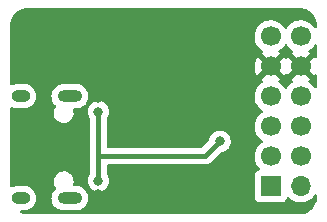
<source format=gbl>
%TF.GenerationSoftware,KiCad,Pcbnew,6.0.9+dfsg-1*%
%TF.CreationDate,2022-12-26T23:17:40+00:00*%
%TF.ProjectId,PMOD-USB-Device,504d4f44-2d55-4534-922d-446576696365,1*%
%TF.SameCoordinates,Original*%
%TF.FileFunction,Copper,L2,Bot*%
%TF.FilePolarity,Positive*%
%FSLAX46Y46*%
G04 Gerber Fmt 4.6, Leading zero omitted, Abs format (unit mm)*
G04 Created by KiCad (PCBNEW 6.0.9+dfsg-1) date 2022-12-26 23:17:40*
%MOMM*%
%LPD*%
G01*
G04 APERTURE LIST*
%TA.AperFunction,ComponentPad*%
%ADD10R,1.700000X1.700000*%
%TD*%
%TA.AperFunction,ComponentPad*%
%ADD11C,1.700000*%
%TD*%
%TA.AperFunction,ComponentPad*%
%ADD12O,1.700000X1.700000*%
%TD*%
%TA.AperFunction,ComponentPad*%
%ADD13O,1.600000X1.000000*%
%TD*%
%TA.AperFunction,ComponentPad*%
%ADD14O,2.100000X1.000000*%
%TD*%
%TA.AperFunction,ViaPad*%
%ADD15C,0.800000*%
%TD*%
%TA.AperFunction,Conductor*%
%ADD16C,0.400000*%
%TD*%
G04 APERTURE END LIST*
D10*
%TO.P,J2,1,Pin_1*%
%TO.N,unconnected-(J2-Pad1)*%
X100574000Y-97119600D03*
D11*
%TO.P,J2,2,Pin_2*%
%TO.N,/usb_dp_i*%
X100574000Y-94579600D03*
%TO.P,J2,3,Pin_3*%
%TO.N,/usb_dn_i*%
X100574000Y-92039600D03*
%TO.P,J2,4,Pin_4*%
%TO.N,/usb_pu_i*%
X100574000Y-89499600D03*
%TO.P,J2,5,Pin_5*%
%TO.N,GND*%
X100574000Y-86959600D03*
%TO.P,J2,6,Pin_6*%
%TO.N,unconnected-(J2-Pad6)*%
X100574000Y-84419600D03*
D12*
%TO.P,J2,7,Pin_7*%
%TO.N,unconnected-(J2-Pad7)*%
X103114000Y-97119600D03*
D11*
%TO.P,J2,8,Pin_8*%
%TO.N,unconnected-(J2-Pad8)*%
X103114000Y-94579600D03*
%TO.P,J2,9,Pin_9*%
%TO.N,unconnected-(J2-Pad9)*%
X103114000Y-92039600D03*
%TO.P,J2,10,Pin_10*%
%TO.N,unconnected-(J2-Pad10)*%
X103114000Y-89499600D03*
%TO.P,J2,11,Pin_11*%
%TO.N,GND*%
X103114000Y-86959600D03*
%TO.P,J2,12,Pin_12*%
%TO.N,unconnected-(J2-Pad12)*%
X103114000Y-84419600D03*
%TD*%
D13*
%TO.P,J1,S1,SHIELD*%
%TO.N,/shield*%
X79390000Y-98122200D03*
X79390000Y-89482200D03*
D14*
X83570000Y-89482200D03*
X83570000Y-98122200D03*
%TD*%
D15*
%TO.N,GND*%
X91592400Y-90830400D03*
X91592400Y-99060000D03*
X91567000Y-93319600D03*
X85979000Y-89662000D03*
X85979000Y-97790000D03*
X91592400Y-97434400D03*
X91592400Y-95808800D03*
X91592400Y-89154000D03*
%TO.N,+5V*%
X85979000Y-90805000D03*
X96266000Y-93319600D03*
X85979000Y-96647000D03*
%TD*%
D16*
%TO.N,+5V*%
X86069400Y-94550000D02*
X95035600Y-94550000D01*
X85979000Y-94056200D02*
X85979000Y-96647000D01*
X95035600Y-94550000D02*
X96266000Y-93319600D01*
X85979000Y-90805000D02*
X85979000Y-94056200D01*
%TD*%
%TA.AperFunction,Conductor*%
%TO.N,GND*%
G36*
X102970018Y-82010000D02*
G01*
X102984851Y-82012310D01*
X102984855Y-82012310D01*
X102993724Y-82013691D01*
X103008981Y-82011696D01*
X103034302Y-82010953D01*
X103203285Y-82023039D01*
X103221064Y-82025596D01*
X103411392Y-82066999D01*
X103428641Y-82072063D01*
X103611150Y-82140136D01*
X103627502Y-82147604D01*
X103798458Y-82240952D01*
X103813582Y-82250672D01*
X103969514Y-82367402D01*
X103983100Y-82379175D01*
X104120825Y-82516900D01*
X104132598Y-82530486D01*
X104249328Y-82686418D01*
X104259048Y-82701542D01*
X104352396Y-82872498D01*
X104359864Y-82888850D01*
X104427937Y-83071359D01*
X104433001Y-83088607D01*
X104474404Y-83278936D01*
X104476961Y-83296715D01*
X104486242Y-83426470D01*
X104488540Y-83458601D01*
X104487793Y-83476565D01*
X104487692Y-83484845D01*
X104486309Y-83493724D01*
X104487474Y-83502630D01*
X104490436Y-83525283D01*
X104491500Y-83541621D01*
X104491500Y-83620984D01*
X104471498Y-83689105D01*
X104417842Y-83735598D01*
X104347568Y-83745702D01*
X104282988Y-83716208D01*
X104259708Y-83689424D01*
X104196822Y-83592217D01*
X104196820Y-83592214D01*
X104194014Y-83587877D01*
X104043670Y-83422651D01*
X104039619Y-83419452D01*
X104039615Y-83419448D01*
X103872414Y-83287400D01*
X103872410Y-83287398D01*
X103868359Y-83284198D01*
X103672789Y-83176238D01*
X103667920Y-83174514D01*
X103667916Y-83174512D01*
X103467087Y-83103395D01*
X103467083Y-83103394D01*
X103462212Y-83101669D01*
X103457119Y-83100762D01*
X103457116Y-83100761D01*
X103247373Y-83063400D01*
X103247367Y-83063399D01*
X103242284Y-83062494D01*
X103168452Y-83061592D01*
X103024081Y-83059828D01*
X103024079Y-83059828D01*
X103018911Y-83059765D01*
X102798091Y-83093555D01*
X102585756Y-83162957D01*
X102387607Y-83266107D01*
X102383474Y-83269210D01*
X102383471Y-83269212D01*
X102346830Y-83296723D01*
X102208965Y-83400235D01*
X102054629Y-83561738D01*
X101947201Y-83719221D01*
X101892293Y-83764221D01*
X101821768Y-83772392D01*
X101758021Y-83741138D01*
X101737324Y-83716654D01*
X101656822Y-83592217D01*
X101656820Y-83592214D01*
X101654014Y-83587877D01*
X101503670Y-83422651D01*
X101499619Y-83419452D01*
X101499615Y-83419448D01*
X101332414Y-83287400D01*
X101332410Y-83287398D01*
X101328359Y-83284198D01*
X101132789Y-83176238D01*
X101127920Y-83174514D01*
X101127916Y-83174512D01*
X100927087Y-83103395D01*
X100927083Y-83103394D01*
X100922212Y-83101669D01*
X100917119Y-83100762D01*
X100917116Y-83100761D01*
X100707373Y-83063400D01*
X100707367Y-83063399D01*
X100702284Y-83062494D01*
X100628452Y-83061592D01*
X100484081Y-83059828D01*
X100484079Y-83059828D01*
X100478911Y-83059765D01*
X100258091Y-83093555D01*
X100045756Y-83162957D01*
X99847607Y-83266107D01*
X99843474Y-83269210D01*
X99843471Y-83269212D01*
X99806830Y-83296723D01*
X99668965Y-83400235D01*
X99514629Y-83561738D01*
X99388743Y-83746280D01*
X99294688Y-83948905D01*
X99234989Y-84164170D01*
X99211251Y-84386295D01*
X99224110Y-84609315D01*
X99225247Y-84614361D01*
X99225248Y-84614367D01*
X99246275Y-84707669D01*
X99273222Y-84827239D01*
X99357266Y-85034216D01*
X99408942Y-85118544D01*
X99471291Y-85220288D01*
X99473987Y-85224688D01*
X99620250Y-85393538D01*
X99792126Y-85536232D01*
X99865955Y-85579374D01*
X99914679Y-85631012D01*
X99927750Y-85700795D01*
X99901019Y-85766567D01*
X99860562Y-85799927D01*
X99852460Y-85804144D01*
X99843734Y-85809639D01*
X99823677Y-85824699D01*
X99815223Y-85836027D01*
X99821968Y-85848358D01*
X100561188Y-86587578D01*
X100575132Y-86595192D01*
X100576965Y-86595061D01*
X100583580Y-86590810D01*
X101327389Y-85847001D01*
X101334410Y-85834144D01*
X101327611Y-85824813D01*
X101323559Y-85822121D01*
X101286602Y-85801720D01*
X101236631Y-85751287D01*
X101221859Y-85681845D01*
X101246975Y-85615439D01*
X101274327Y-85588832D01*
X101297797Y-85572091D01*
X101453860Y-85460773D01*
X101612096Y-85303089D01*
X101671594Y-85220289D01*
X101742453Y-85121677D01*
X101743776Y-85122628D01*
X101790645Y-85079457D01*
X101860580Y-85067225D01*
X101926026Y-85094744D01*
X101953875Y-85126594D01*
X102013987Y-85224688D01*
X102160250Y-85393538D01*
X102332126Y-85536232D01*
X102405955Y-85579374D01*
X102454679Y-85631012D01*
X102467750Y-85700795D01*
X102441019Y-85766567D01*
X102400562Y-85799927D01*
X102392460Y-85804144D01*
X102383734Y-85809639D01*
X102363677Y-85824699D01*
X102355223Y-85836027D01*
X102361968Y-85848358D01*
X103101188Y-86587578D01*
X103115132Y-86595192D01*
X103116965Y-86595061D01*
X103123580Y-86590810D01*
X103867389Y-85847001D01*
X103874410Y-85834144D01*
X103867611Y-85824813D01*
X103863559Y-85822121D01*
X103826602Y-85801720D01*
X103776631Y-85751287D01*
X103761859Y-85681845D01*
X103786975Y-85615439D01*
X103814327Y-85588832D01*
X103837797Y-85572091D01*
X103993860Y-85460773D01*
X104152096Y-85303089D01*
X104210343Y-85222029D01*
X104263177Y-85148503D01*
X104319172Y-85104855D01*
X104389875Y-85098409D01*
X104452840Y-85131212D01*
X104488074Y-85192848D01*
X104491500Y-85222029D01*
X104491500Y-86161904D01*
X104471498Y-86230025D01*
X104417842Y-86276518D01*
X104347568Y-86286622D01*
X104282988Y-86257128D01*
X104259707Y-86230343D01*
X104247062Y-86210797D01*
X104236377Y-86201595D01*
X104226812Y-86205998D01*
X103486022Y-86946788D01*
X103478408Y-86960732D01*
X103478539Y-86962565D01*
X103482790Y-86969180D01*
X104224474Y-87710864D01*
X104236484Y-87717423D01*
X104248226Y-87708453D01*
X104263178Y-87687645D01*
X104319172Y-87643997D01*
X104389876Y-87637551D01*
X104452840Y-87670354D01*
X104488074Y-87731990D01*
X104491500Y-87761171D01*
X104491500Y-88700984D01*
X104471498Y-88769105D01*
X104417842Y-88815598D01*
X104347568Y-88825702D01*
X104282988Y-88796208D01*
X104259708Y-88769424D01*
X104196822Y-88672217D01*
X104196820Y-88672214D01*
X104194014Y-88667877D01*
X104043670Y-88502651D01*
X104039619Y-88499452D01*
X104039615Y-88499448D01*
X103872414Y-88367400D01*
X103872410Y-88367398D01*
X103868359Y-88364198D01*
X103826569Y-88341129D01*
X103776598Y-88290697D01*
X103761826Y-88221254D01*
X103786942Y-88154848D01*
X103814293Y-88128242D01*
X103863247Y-88093323D01*
X103871648Y-88082623D01*
X103864660Y-88069470D01*
X103126812Y-87331622D01*
X103112868Y-87324008D01*
X103111035Y-87324139D01*
X103104420Y-87328390D01*
X102360737Y-88072073D01*
X102353977Y-88084453D01*
X102359258Y-88091507D01*
X102405969Y-88118803D01*
X102454693Y-88170441D01*
X102467764Y-88240224D01*
X102441033Y-88305996D01*
X102400584Y-88339352D01*
X102387607Y-88346107D01*
X102383474Y-88349210D01*
X102383471Y-88349212D01*
X102217269Y-88474000D01*
X102208965Y-88480235D01*
X102054629Y-88641738D01*
X101947201Y-88799221D01*
X101892293Y-88844221D01*
X101821768Y-88852392D01*
X101758021Y-88821138D01*
X101737324Y-88796654D01*
X101656822Y-88672217D01*
X101656820Y-88672214D01*
X101654014Y-88667877D01*
X101503670Y-88502651D01*
X101499619Y-88499452D01*
X101499615Y-88499448D01*
X101332414Y-88367400D01*
X101332410Y-88367398D01*
X101328359Y-88364198D01*
X101286569Y-88341129D01*
X101236598Y-88290697D01*
X101221826Y-88221254D01*
X101246942Y-88154848D01*
X101274293Y-88128242D01*
X101323247Y-88093323D01*
X101331648Y-88082623D01*
X101324660Y-88069470D01*
X100586812Y-87331622D01*
X100572868Y-87324008D01*
X100571035Y-87324139D01*
X100564420Y-87328390D01*
X99820737Y-88072073D01*
X99813977Y-88084453D01*
X99819258Y-88091507D01*
X99865969Y-88118803D01*
X99914693Y-88170441D01*
X99927764Y-88240224D01*
X99901033Y-88305996D01*
X99860584Y-88339352D01*
X99847607Y-88346107D01*
X99843474Y-88349210D01*
X99843471Y-88349212D01*
X99677269Y-88474000D01*
X99668965Y-88480235D01*
X99514629Y-88641738D01*
X99511720Y-88646003D01*
X99511714Y-88646011D01*
X99499404Y-88664057D01*
X99388743Y-88826280D01*
X99294688Y-89028905D01*
X99234989Y-89244170D01*
X99211251Y-89466295D01*
X99224110Y-89689315D01*
X99225247Y-89694361D01*
X99225248Y-89694367D01*
X99246275Y-89787669D01*
X99273222Y-89907239D01*
X99357266Y-90114216D01*
X99401512Y-90186419D01*
X99471291Y-90300288D01*
X99473987Y-90304688D01*
X99620250Y-90473538D01*
X99792126Y-90616232D01*
X99850187Y-90650160D01*
X99865445Y-90659076D01*
X99914169Y-90710714D01*
X99927240Y-90780497D01*
X99900509Y-90846269D01*
X99860055Y-90879627D01*
X99847607Y-90886107D01*
X99843474Y-90889210D01*
X99843471Y-90889212D01*
X99694309Y-91001206D01*
X99668965Y-91020235D01*
X99514629Y-91181738D01*
X99388743Y-91366280D01*
X99345109Y-91460282D01*
X99320108Y-91514143D01*
X99294688Y-91568905D01*
X99234989Y-91784170D01*
X99211251Y-92006295D01*
X99224110Y-92229315D01*
X99225247Y-92234361D01*
X99225248Y-92234367D01*
X99246275Y-92327669D01*
X99273222Y-92447239D01*
X99275761Y-92453491D01*
X99351792Y-92640734D01*
X99357266Y-92654216D01*
X99408942Y-92738544D01*
X99471291Y-92840288D01*
X99473987Y-92844688D01*
X99620250Y-93013538D01*
X99792126Y-93156232D01*
X99826588Y-93176370D01*
X99865445Y-93199076D01*
X99914169Y-93250714D01*
X99927240Y-93320497D01*
X99900509Y-93386269D01*
X99860055Y-93419627D01*
X99847607Y-93426107D01*
X99843474Y-93429210D01*
X99843471Y-93429212D01*
X99673100Y-93557130D01*
X99668965Y-93560235D01*
X99514629Y-93721738D01*
X99388743Y-93906280D01*
X99294688Y-94108905D01*
X99234989Y-94324170D01*
X99211251Y-94546295D01*
X99224110Y-94769315D01*
X99225247Y-94774361D01*
X99225248Y-94774367D01*
X99246275Y-94867669D01*
X99273222Y-94987239D01*
X99334673Y-95138576D01*
X99346906Y-95168701D01*
X99357266Y-95194216D01*
X99408942Y-95278544D01*
X99471291Y-95380288D01*
X99473987Y-95384688D01*
X99620250Y-95553538D01*
X99624230Y-95556842D01*
X99628981Y-95560787D01*
X99668616Y-95619690D01*
X99670113Y-95690671D01*
X99632997Y-95751193D01*
X99592725Y-95775712D01*
X99504095Y-95808938D01*
X99477295Y-95818985D01*
X99360739Y-95906339D01*
X99273385Y-96022895D01*
X99222255Y-96159284D01*
X99215500Y-96221466D01*
X99215500Y-98017734D01*
X99215869Y-98021131D01*
X99216185Y-98024040D01*
X99222255Y-98079916D01*
X99273385Y-98216305D01*
X99360739Y-98332861D01*
X99477295Y-98420215D01*
X99613684Y-98471345D01*
X99675866Y-98478100D01*
X101472134Y-98478100D01*
X101534316Y-98471345D01*
X101670705Y-98420215D01*
X101787261Y-98332861D01*
X101874615Y-98216305D01*
X101896799Y-98157129D01*
X101918598Y-98098982D01*
X101961240Y-98042218D01*
X102027802Y-98017518D01*
X102097150Y-98032726D01*
X102131817Y-98060714D01*
X102160250Y-98093538D01*
X102332126Y-98236232D01*
X102525000Y-98348938D01*
X102733692Y-98428630D01*
X102738760Y-98429661D01*
X102738763Y-98429662D01*
X102846017Y-98451483D01*
X102952597Y-98473167D01*
X102957772Y-98473357D01*
X102957774Y-98473357D01*
X103170673Y-98481164D01*
X103170677Y-98481164D01*
X103175837Y-98481353D01*
X103180957Y-98480697D01*
X103180959Y-98480697D01*
X103392288Y-98453625D01*
X103392289Y-98453625D01*
X103397416Y-98452968D01*
X103402366Y-98451483D01*
X103606429Y-98390261D01*
X103606434Y-98390259D01*
X103611384Y-98388774D01*
X103811994Y-98290496D01*
X103993860Y-98160773D01*
X104152096Y-98003089D01*
X104155112Y-97998892D01*
X104263177Y-97848503D01*
X104319172Y-97804855D01*
X104389875Y-97798409D01*
X104452840Y-97831212D01*
X104488074Y-97892848D01*
X104491500Y-97922029D01*
X104491500Y-97950633D01*
X104490000Y-97970018D01*
X104487690Y-97984851D01*
X104487690Y-97984855D01*
X104486309Y-97993724D01*
X104488011Y-98006737D01*
X104488304Y-98008976D01*
X104489047Y-98034302D01*
X104479788Y-98163771D01*
X104476962Y-98203279D01*
X104474404Y-98221064D01*
X104448914Y-98338242D01*
X104433001Y-98411392D01*
X104427937Y-98428641D01*
X104359864Y-98611150D01*
X104352396Y-98627502D01*
X104259048Y-98798458D01*
X104249328Y-98813582D01*
X104132598Y-98969514D01*
X104120825Y-98983100D01*
X103983100Y-99120825D01*
X103969514Y-99132598D01*
X103813582Y-99249328D01*
X103798458Y-99259048D01*
X103627502Y-99352396D01*
X103611150Y-99359864D01*
X103428641Y-99427937D01*
X103411393Y-99433001D01*
X103221064Y-99474404D01*
X103203285Y-99476961D01*
X103041395Y-99488540D01*
X103023435Y-99487793D01*
X103015155Y-99487692D01*
X103006276Y-99486309D01*
X102974714Y-99490436D01*
X102958379Y-99491500D01*
X80049367Y-99491500D01*
X80029982Y-99490000D01*
X80015149Y-99487690D01*
X80015145Y-99487690D01*
X80006276Y-99486309D01*
X79991019Y-99488304D01*
X79965698Y-99489047D01*
X79796715Y-99476961D01*
X79778936Y-99474404D01*
X79588607Y-99433001D01*
X79571359Y-99427937D01*
X79428776Y-99374756D01*
X79371941Y-99332209D01*
X79347130Y-99265689D01*
X79362222Y-99196314D01*
X79412424Y-99146112D01*
X79472809Y-99130700D01*
X79739769Y-99130700D01*
X79742825Y-99130400D01*
X79742832Y-99130400D01*
X79801340Y-99124663D01*
X79886833Y-99116280D01*
X79892734Y-99114498D01*
X79892736Y-99114498D01*
X79966053Y-99092362D01*
X80076169Y-99059116D01*
X80250796Y-98966266D01*
X80342895Y-98891152D01*
X80399287Y-98845160D01*
X80399290Y-98845157D01*
X80404062Y-98841265D01*
X80416344Y-98826419D01*
X80526201Y-98693625D01*
X80526203Y-98693621D01*
X80530130Y-98688875D01*
X80624198Y-98514901D01*
X80682682Y-98325968D01*
X80695577Y-98203279D01*
X80702711Y-98135404D01*
X80702711Y-98135402D01*
X80703355Y-98129275D01*
X80702067Y-98115125D01*
X82006645Y-98115125D01*
X82007204Y-98121265D01*
X82023736Y-98302919D01*
X82024570Y-98312088D01*
X82026308Y-98317994D01*
X82026309Y-98317998D01*
X82047577Y-98390261D01*
X82080410Y-98501819D01*
X82083263Y-98507277D01*
X82083265Y-98507281D01*
X82130720Y-98598053D01*
X82172040Y-98677090D01*
X82295968Y-98831225D01*
X82300692Y-98835189D01*
X82307933Y-98841265D01*
X82447474Y-98958354D01*
X82452872Y-98961321D01*
X82452877Y-98961325D01*
X82596180Y-99040105D01*
X82620787Y-99053633D01*
X82626654Y-99055494D01*
X82626656Y-99055495D01*
X82803436Y-99111573D01*
X82809306Y-99113435D01*
X82963227Y-99130700D01*
X84169769Y-99130700D01*
X84172825Y-99130400D01*
X84172832Y-99130400D01*
X84231340Y-99124663D01*
X84316833Y-99116280D01*
X84322734Y-99114498D01*
X84322736Y-99114498D01*
X84396053Y-99092362D01*
X84506169Y-99059116D01*
X84680796Y-98966266D01*
X84772895Y-98891152D01*
X84829287Y-98845160D01*
X84829290Y-98845157D01*
X84834062Y-98841265D01*
X84846344Y-98826419D01*
X84956201Y-98693625D01*
X84956203Y-98693621D01*
X84960130Y-98688875D01*
X85054198Y-98514901D01*
X85112682Y-98325968D01*
X85125577Y-98203279D01*
X85132711Y-98135404D01*
X85132711Y-98135402D01*
X85133355Y-98129275D01*
X85121019Y-97993724D01*
X85115989Y-97938451D01*
X85115988Y-97938448D01*
X85115430Y-97932312D01*
X85113187Y-97924688D01*
X85061330Y-97748494D01*
X85059590Y-97742581D01*
X85049919Y-97724081D01*
X84970813Y-97572768D01*
X84967960Y-97567310D01*
X84844032Y-97413175D01*
X84837727Y-97407884D01*
X84739981Y-97325866D01*
X84692526Y-97286046D01*
X84687128Y-97283079D01*
X84687123Y-97283075D01*
X84524608Y-97193733D01*
X84524609Y-97193733D01*
X84519213Y-97190767D01*
X84513346Y-97188906D01*
X84513344Y-97188905D01*
X84336564Y-97132827D01*
X84336563Y-97132827D01*
X84330694Y-97130965D01*
X84176773Y-97113700D01*
X83955223Y-97113700D01*
X83887102Y-97093698D01*
X83840609Y-97040042D01*
X83830505Y-96969768D01*
X83838234Y-96940908D01*
X83844995Y-96924003D01*
X83847530Y-96917666D01*
X83848644Y-96910938D01*
X83848645Y-96910934D01*
X83875993Y-96745739D01*
X83875993Y-96745736D01*
X83877108Y-96739002D01*
X83872631Y-96653565D01*
X83872287Y-96647000D01*
X85065496Y-96647000D01*
X85085458Y-96836928D01*
X85144473Y-97018556D01*
X85239960Y-97183944D01*
X85367747Y-97325866D01*
X85522248Y-97438118D01*
X85528276Y-97440802D01*
X85528278Y-97440803D01*
X85690681Y-97513109D01*
X85696712Y-97515794D01*
X85790112Y-97535647D01*
X85877056Y-97554128D01*
X85877061Y-97554128D01*
X85883513Y-97555500D01*
X86074487Y-97555500D01*
X86080939Y-97554128D01*
X86080944Y-97554128D01*
X86167888Y-97535647D01*
X86261288Y-97515794D01*
X86267319Y-97513109D01*
X86429722Y-97440803D01*
X86429724Y-97440802D01*
X86435752Y-97438118D01*
X86590253Y-97325866D01*
X86718040Y-97183944D01*
X86813527Y-97018556D01*
X86872542Y-96836928D01*
X86892504Y-96647000D01*
X86872542Y-96457072D01*
X86813527Y-96275444D01*
X86780447Y-96218147D01*
X86721342Y-96115775D01*
X86721341Y-96115774D01*
X86718040Y-96110056D01*
X86713621Y-96105148D01*
X86711564Y-96102317D01*
X86687705Y-96035449D01*
X86687500Y-96028256D01*
X86687500Y-95384500D01*
X86707502Y-95316379D01*
X86761158Y-95269886D01*
X86813500Y-95258500D01*
X95006688Y-95258500D01*
X95015258Y-95258792D01*
X95065376Y-95262209D01*
X95065380Y-95262209D01*
X95072952Y-95262725D01*
X95080429Y-95261420D01*
X95080430Y-95261420D01*
X95106908Y-95256799D01*
X95135903Y-95251738D01*
X95142421Y-95250777D01*
X95205842Y-95243102D01*
X95212943Y-95240419D01*
X95215552Y-95239778D01*
X95231862Y-95235315D01*
X95234398Y-95234550D01*
X95241884Y-95233243D01*
X95300400Y-95207556D01*
X95306504Y-95205065D01*
X95359148Y-95185173D01*
X95359149Y-95185172D01*
X95366256Y-95182487D01*
X95372519Y-95178183D01*
X95374885Y-95176946D01*
X95389697Y-95168701D01*
X95391951Y-95167368D01*
X95398905Y-95164315D01*
X95449602Y-95125413D01*
X95454932Y-95121541D01*
X95501320Y-95089661D01*
X95501325Y-95089656D01*
X95507581Y-95085357D01*
X95549027Y-95038839D01*
X95554008Y-95033562D01*
X96332536Y-94255035D01*
X96395433Y-94220884D01*
X96548288Y-94188394D01*
X96715612Y-94113897D01*
X96716722Y-94113403D01*
X96716724Y-94113402D01*
X96722752Y-94110718D01*
X96731710Y-94104210D01*
X96778157Y-94070464D01*
X96877253Y-93998466D01*
X96936746Y-93932392D01*
X97000621Y-93861452D01*
X97000622Y-93861451D01*
X97005040Y-93856544D01*
X97069985Y-93744057D01*
X97097223Y-93696879D01*
X97097224Y-93696878D01*
X97100527Y-93691156D01*
X97159542Y-93509528D01*
X97166409Y-93444198D01*
X97178814Y-93326165D01*
X97179504Y-93319600D01*
X97171351Y-93242027D01*
X97160232Y-93136235D01*
X97160232Y-93136233D01*
X97159542Y-93129672D01*
X97100527Y-92948044D01*
X97088226Y-92926737D01*
X97008341Y-92788374D01*
X97005040Y-92782656D01*
X96968143Y-92741677D01*
X96881675Y-92645645D01*
X96881674Y-92645644D01*
X96877253Y-92640734D01*
X96722752Y-92528482D01*
X96716724Y-92525798D01*
X96716722Y-92525797D01*
X96554319Y-92453491D01*
X96554318Y-92453491D01*
X96548288Y-92450806D01*
X96454888Y-92430953D01*
X96367944Y-92412472D01*
X96367939Y-92412472D01*
X96361487Y-92411100D01*
X96170513Y-92411100D01*
X96164061Y-92412472D01*
X96164056Y-92412472D01*
X96077112Y-92430953D01*
X95983712Y-92450806D01*
X95977682Y-92453491D01*
X95977681Y-92453491D01*
X95815278Y-92525797D01*
X95815276Y-92525798D01*
X95809248Y-92528482D01*
X95654747Y-92640734D01*
X95650326Y-92645644D01*
X95650325Y-92645645D01*
X95563858Y-92741677D01*
X95526960Y-92782656D01*
X95523659Y-92788374D01*
X95443775Y-92926737D01*
X95431473Y-92948044D01*
X95372458Y-93129672D01*
X95369667Y-93156232D01*
X95367550Y-93176370D01*
X95340537Y-93242027D01*
X95331335Y-93252295D01*
X94779035Y-93804595D01*
X94716723Y-93838621D01*
X94689940Y-93841500D01*
X86813500Y-93841500D01*
X86745379Y-93821498D01*
X86698886Y-93767842D01*
X86687500Y-93715500D01*
X86687500Y-91423744D01*
X86707502Y-91355623D01*
X86711564Y-91349683D01*
X86713621Y-91346852D01*
X86718040Y-91341944D01*
X86735643Y-91311455D01*
X86810223Y-91182279D01*
X86810224Y-91182278D01*
X86813527Y-91176556D01*
X86872542Y-90994928D01*
X86881742Y-90907400D01*
X86891814Y-90811565D01*
X86892504Y-90805000D01*
X86880955Y-90695116D01*
X86873232Y-90621635D01*
X86873232Y-90621633D01*
X86872542Y-90615072D01*
X86813527Y-90433444D01*
X86800066Y-90410128D01*
X86753318Y-90329159D01*
X86718040Y-90268056D01*
X86682427Y-90228503D01*
X86594675Y-90131045D01*
X86594674Y-90131044D01*
X86590253Y-90126134D01*
X86435752Y-90013882D01*
X86429724Y-90011198D01*
X86429722Y-90011197D01*
X86267319Y-89938891D01*
X86267318Y-89938891D01*
X86261288Y-89936206D01*
X86167888Y-89916353D01*
X86080944Y-89897872D01*
X86080939Y-89897872D01*
X86074487Y-89896500D01*
X85883513Y-89896500D01*
X85877061Y-89897872D01*
X85877056Y-89897872D01*
X85790112Y-89916353D01*
X85696712Y-89936206D01*
X85690682Y-89938891D01*
X85690681Y-89938891D01*
X85528278Y-90011197D01*
X85528276Y-90011198D01*
X85522248Y-90013882D01*
X85367747Y-90126134D01*
X85363326Y-90131044D01*
X85363325Y-90131045D01*
X85275574Y-90228503D01*
X85239960Y-90268056D01*
X85204682Y-90329159D01*
X85157935Y-90410128D01*
X85144473Y-90433444D01*
X85085458Y-90615072D01*
X85084768Y-90621633D01*
X85084768Y-90621635D01*
X85077045Y-90695116D01*
X85065496Y-90805000D01*
X85066186Y-90811565D01*
X85076259Y-90907400D01*
X85085458Y-90994928D01*
X85144473Y-91176556D01*
X85147776Y-91182278D01*
X85147777Y-91182279D01*
X85222357Y-91311455D01*
X85239960Y-91341944D01*
X85244379Y-91346852D01*
X85246436Y-91349683D01*
X85270295Y-91416551D01*
X85270500Y-91423744D01*
X85270500Y-96028256D01*
X85250498Y-96096377D01*
X85246436Y-96102317D01*
X85244379Y-96105148D01*
X85239960Y-96110056D01*
X85236659Y-96115774D01*
X85236658Y-96115775D01*
X85177554Y-96218147D01*
X85144473Y-96275444D01*
X85085458Y-96457072D01*
X85065496Y-96647000D01*
X83872287Y-96647000D01*
X83867987Y-96564966D01*
X83867630Y-96558153D01*
X83844304Y-96473466D01*
X83821352Y-96390141D01*
X83819539Y-96383559D01*
X83735078Y-96223364D01*
X83730673Y-96218151D01*
X83730670Y-96218147D01*
X83622594Y-96090257D01*
X83622590Y-96090253D01*
X83618187Y-96085043D01*
X83553321Y-96035449D01*
X83479743Y-95979194D01*
X83479739Y-95979191D01*
X83474322Y-95975050D01*
X83369186Y-95926025D01*
X83316369Y-95901395D01*
X83316366Y-95901394D01*
X83310192Y-95898515D01*
X83303544Y-95897029D01*
X83303541Y-95897028D01*
X83138494Y-95860136D01*
X83138495Y-95860136D01*
X83133457Y-95859010D01*
X83127912Y-95858700D01*
X82994756Y-95858700D01*
X82859963Y-95873343D01*
X82776609Y-95901395D01*
X82694796Y-95928928D01*
X82694794Y-95928929D01*
X82688325Y-95931106D01*
X82533095Y-96024377D01*
X82528138Y-96029065D01*
X82528135Y-96029067D01*
X82408879Y-96141843D01*
X82401515Y-96148807D01*
X82397683Y-96154445D01*
X82397680Y-96154449D01*
X82349813Y-96224883D01*
X82299723Y-96298588D01*
X82232470Y-96466734D01*
X82231356Y-96473462D01*
X82231355Y-96473466D01*
X82204007Y-96638661D01*
X82202892Y-96645398D01*
X82203249Y-96652215D01*
X82203249Y-96652219D01*
X82208151Y-96745739D01*
X82212370Y-96826247D01*
X82214181Y-96832820D01*
X82214181Y-96832823D01*
X82237551Y-96917666D01*
X82260461Y-97000841D01*
X82344922Y-97161036D01*
X82349330Y-97166252D01*
X82367372Y-97187602D01*
X82396063Y-97252543D01*
X82385090Y-97322686D01*
X82350768Y-97366572D01*
X82310718Y-97399236D01*
X82310715Y-97399239D01*
X82305938Y-97403135D01*
X82302011Y-97407882D01*
X82302009Y-97407884D01*
X82183799Y-97550775D01*
X82183797Y-97550779D01*
X82179870Y-97555525D01*
X82085802Y-97729499D01*
X82027318Y-97918432D01*
X82026674Y-97924557D01*
X82026674Y-97924558D01*
X82010346Y-98079916D01*
X82006645Y-98115125D01*
X80702067Y-98115125D01*
X80691019Y-97993724D01*
X80685989Y-97938451D01*
X80685988Y-97938448D01*
X80685430Y-97932312D01*
X80683187Y-97924688D01*
X80631330Y-97748494D01*
X80629590Y-97742581D01*
X80619919Y-97724081D01*
X80540813Y-97572768D01*
X80537960Y-97567310D01*
X80414032Y-97413175D01*
X80407727Y-97407884D01*
X80309981Y-97325866D01*
X80262526Y-97286046D01*
X80257128Y-97283079D01*
X80257123Y-97283075D01*
X80094608Y-97193733D01*
X80094609Y-97193733D01*
X80089213Y-97190767D01*
X80083346Y-97188906D01*
X80083344Y-97188905D01*
X79906564Y-97132827D01*
X79906563Y-97132827D01*
X79900694Y-97130965D01*
X79746773Y-97113700D01*
X79040231Y-97113700D01*
X79037175Y-97114000D01*
X79037168Y-97114000D01*
X78980059Y-97119600D01*
X78893167Y-97128120D01*
X78887266Y-97129902D01*
X78887264Y-97129902D01*
X78813947Y-97152038D01*
X78703831Y-97185284D01*
X78698390Y-97188177D01*
X78693656Y-97190694D01*
X78624118Y-97205016D01*
X78557877Y-97179469D01*
X78515963Y-97122165D01*
X78508500Y-97079444D01*
X78508500Y-90525940D01*
X78528502Y-90457819D01*
X78582158Y-90411326D01*
X78652432Y-90401222D01*
X78684135Y-90410128D01*
X78685389Y-90410665D01*
X78690787Y-90413633D01*
X78879306Y-90473435D01*
X79033227Y-90490700D01*
X79739769Y-90490700D01*
X79742825Y-90490400D01*
X79742832Y-90490400D01*
X79801340Y-90484663D01*
X79886833Y-90476280D01*
X79892734Y-90474498D01*
X79892736Y-90474498D01*
X79966053Y-90452362D01*
X80076169Y-90419116D01*
X80250796Y-90326266D01*
X80391866Y-90211212D01*
X80399287Y-90205160D01*
X80399290Y-90205157D01*
X80404062Y-90201265D01*
X80472432Y-90118620D01*
X80526201Y-90053625D01*
X80526203Y-90053621D01*
X80530130Y-90048875D01*
X80624198Y-89874901D01*
X80682682Y-89685968D01*
X80703355Y-89489275D01*
X80702067Y-89475125D01*
X82006645Y-89475125D01*
X82024570Y-89672088D01*
X82080410Y-89861819D01*
X82083263Y-89867277D01*
X82083265Y-89867281D01*
X82130720Y-89958053D01*
X82172040Y-90037090D01*
X82295968Y-90191225D01*
X82352828Y-90238936D01*
X82392154Y-90298046D01*
X82393280Y-90369033D01*
X82376048Y-90406280D01*
X82299723Y-90518588D01*
X82232470Y-90686734D01*
X82231356Y-90693462D01*
X82231355Y-90693466D01*
X82204007Y-90858661D01*
X82202892Y-90865398D01*
X82203249Y-90872215D01*
X82203249Y-90872219D01*
X82208151Y-90965739D01*
X82212370Y-91046247D01*
X82214181Y-91052820D01*
X82214181Y-91052823D01*
X82237551Y-91137666D01*
X82260461Y-91220841D01*
X82344922Y-91381036D01*
X82349327Y-91386249D01*
X82349330Y-91386253D01*
X82457406Y-91514143D01*
X82457410Y-91514147D01*
X82461813Y-91519357D01*
X82467237Y-91523504D01*
X82467238Y-91523505D01*
X82600257Y-91625206D01*
X82600261Y-91625209D01*
X82605678Y-91629350D01*
X82692372Y-91669776D01*
X82763631Y-91703005D01*
X82763634Y-91703006D01*
X82769808Y-91705885D01*
X82776456Y-91707371D01*
X82776459Y-91707372D01*
X82882421Y-91731057D01*
X82946543Y-91745390D01*
X82952088Y-91745700D01*
X83085244Y-91745700D01*
X83220037Y-91731057D01*
X83338190Y-91691294D01*
X83385204Y-91675472D01*
X83385206Y-91675471D01*
X83391675Y-91673294D01*
X83546905Y-91580023D01*
X83551862Y-91575335D01*
X83551865Y-91575333D01*
X83673527Y-91460282D01*
X83673529Y-91460280D01*
X83678485Y-91455593D01*
X83682317Y-91449955D01*
X83682320Y-91449951D01*
X83776442Y-91311455D01*
X83780277Y-91305812D01*
X83847530Y-91137666D01*
X83848644Y-91130938D01*
X83848645Y-91130934D01*
X83875993Y-90965739D01*
X83875993Y-90965736D01*
X83877108Y-90959002D01*
X83873451Y-90889212D01*
X83867987Y-90784966D01*
X83867630Y-90778153D01*
X83865039Y-90768744D01*
X83832375Y-90650160D01*
X83833569Y-90579173D01*
X83872952Y-90520101D01*
X83938019Y-90491699D01*
X83953851Y-90490700D01*
X84169769Y-90490700D01*
X84172825Y-90490400D01*
X84172832Y-90490400D01*
X84231340Y-90484663D01*
X84316833Y-90476280D01*
X84322734Y-90474498D01*
X84322736Y-90474498D01*
X84396053Y-90452362D01*
X84506169Y-90419116D01*
X84680796Y-90326266D01*
X84821866Y-90211212D01*
X84829287Y-90205160D01*
X84829290Y-90205157D01*
X84834062Y-90201265D01*
X84902432Y-90118620D01*
X84956201Y-90053625D01*
X84956203Y-90053621D01*
X84960130Y-90048875D01*
X85054198Y-89874901D01*
X85112682Y-89685968D01*
X85133355Y-89489275D01*
X85115430Y-89292312D01*
X85059590Y-89102581D01*
X85049919Y-89084081D01*
X84970813Y-88932768D01*
X84967960Y-88927310D01*
X84844032Y-88773175D01*
X84837727Y-88767884D01*
X84718543Y-88667877D01*
X84692526Y-88646046D01*
X84687128Y-88643079D01*
X84687123Y-88643075D01*
X84524608Y-88553733D01*
X84524609Y-88553733D01*
X84519213Y-88550767D01*
X84513346Y-88548906D01*
X84513344Y-88548905D01*
X84336564Y-88492827D01*
X84336563Y-88492827D01*
X84330694Y-88490965D01*
X84176773Y-88473700D01*
X82970231Y-88473700D01*
X82967175Y-88474000D01*
X82967168Y-88474000D01*
X82908660Y-88479737D01*
X82823167Y-88488120D01*
X82817266Y-88489902D01*
X82817264Y-88489902D01*
X82775038Y-88502651D01*
X82633831Y-88545284D01*
X82459204Y-88638134D01*
X82372938Y-88708491D01*
X82310713Y-88759240D01*
X82310710Y-88759243D01*
X82305938Y-88763135D01*
X82302011Y-88767882D01*
X82302009Y-88767884D01*
X82183799Y-88910775D01*
X82183797Y-88910779D01*
X82179870Y-88915525D01*
X82085802Y-89089499D01*
X82027318Y-89278432D01*
X82026674Y-89284557D01*
X82026674Y-89284558D01*
X82008113Y-89461162D01*
X82006645Y-89475125D01*
X80702067Y-89475125D01*
X80685430Y-89292312D01*
X80629590Y-89102581D01*
X80619919Y-89084081D01*
X80540813Y-88932768D01*
X80537960Y-88927310D01*
X80414032Y-88773175D01*
X80407727Y-88767884D01*
X80288543Y-88667877D01*
X80262526Y-88646046D01*
X80257128Y-88643079D01*
X80257123Y-88643075D01*
X80094608Y-88553733D01*
X80094609Y-88553733D01*
X80089213Y-88550767D01*
X80083346Y-88548906D01*
X80083344Y-88548905D01*
X79906564Y-88492827D01*
X79906563Y-88492827D01*
X79900694Y-88490965D01*
X79746773Y-88473700D01*
X79040231Y-88473700D01*
X79037175Y-88474000D01*
X79037168Y-88474000D01*
X78978660Y-88479737D01*
X78893167Y-88488120D01*
X78887266Y-88489902D01*
X78887264Y-88489902D01*
X78845038Y-88502651D01*
X78703831Y-88545284D01*
X78698392Y-88548176D01*
X78698390Y-88548177D01*
X78693656Y-88550694D01*
X78624118Y-88565016D01*
X78557877Y-88539469D01*
X78515963Y-88482165D01*
X78508500Y-88439444D01*
X78508500Y-86931463D01*
X99212050Y-86931463D01*
X99224309Y-87144077D01*
X99225745Y-87154297D01*
X99272565Y-87362046D01*
X99275645Y-87371875D01*
X99355770Y-87569203D01*
X99360413Y-87578394D01*
X99440460Y-87709020D01*
X99450916Y-87718480D01*
X99459694Y-87714696D01*
X100201978Y-86972412D01*
X100208356Y-86960732D01*
X100938408Y-86960732D01*
X100938539Y-86962565D01*
X100942790Y-86969180D01*
X101684474Y-87710864D01*
X101696484Y-87717423D01*
X101708223Y-87708455D01*
X101742022Y-87661419D01*
X101743149Y-87662229D01*
X101790659Y-87618481D01*
X101860596Y-87606261D01*
X101926038Y-87633791D01*
X101953870Y-87665629D01*
X101980459Y-87709019D01*
X101990916Y-87718480D01*
X101999694Y-87714696D01*
X102741978Y-86972412D01*
X102749592Y-86958468D01*
X102749461Y-86956635D01*
X102745210Y-86950020D01*
X102003849Y-86208659D01*
X101992313Y-86202359D01*
X101980028Y-86211984D01*
X101947192Y-86260120D01*
X101892281Y-86305123D01*
X101821756Y-86313294D01*
X101758009Y-86282040D01*
X101737311Y-86257555D01*
X101707062Y-86210797D01*
X101696377Y-86201595D01*
X101686812Y-86205998D01*
X100946022Y-86946788D01*
X100938408Y-86960732D01*
X100208356Y-86960732D01*
X100209592Y-86958468D01*
X100209461Y-86956635D01*
X100205210Y-86950020D01*
X99463849Y-86208659D01*
X99452313Y-86202359D01*
X99440031Y-86211982D01*
X99392089Y-86282262D01*
X99387004Y-86291213D01*
X99297338Y-86484383D01*
X99293775Y-86494070D01*
X99236864Y-86699281D01*
X99234933Y-86709400D01*
X99212302Y-86921174D01*
X99212050Y-86931463D01*
X78508500Y-86931463D01*
X78508500Y-83553250D01*
X78510246Y-83532345D01*
X78512770Y-83517344D01*
X78512770Y-83517341D01*
X78513576Y-83512552D01*
X78513729Y-83500000D01*
X78513040Y-83495186D01*
X78513039Y-83495176D01*
X78512157Y-83489017D01*
X78511206Y-83462172D01*
X78523038Y-83296723D01*
X78525596Y-83278934D01*
X78566999Y-83088607D01*
X78572063Y-83071359D01*
X78640136Y-82888850D01*
X78647604Y-82872498D01*
X78740952Y-82701542D01*
X78750672Y-82686418D01*
X78867402Y-82530486D01*
X78879175Y-82516900D01*
X79016900Y-82379175D01*
X79030486Y-82367402D01*
X79186418Y-82250672D01*
X79201542Y-82240952D01*
X79372498Y-82147604D01*
X79388850Y-82140136D01*
X79571359Y-82072063D01*
X79588608Y-82066999D01*
X79778936Y-82025596D01*
X79796715Y-82023039D01*
X79958605Y-82011460D01*
X79976565Y-82012207D01*
X79984845Y-82012308D01*
X79993724Y-82013691D01*
X80025286Y-82009564D01*
X80041621Y-82008500D01*
X102950633Y-82008500D01*
X102970018Y-82010000D01*
G37*
%TD.AperFunction*%
%TD*%
M02*

</source>
